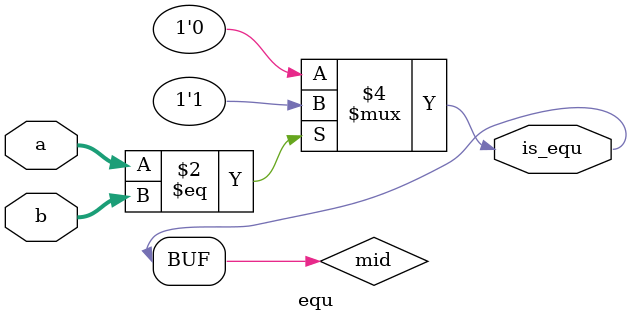
<source format=v>
module pipeid( mwreg,mrn,ern,ewreg,em2reg,mm2reg,dpc4,inst, 
							wrn,wdi,ealu,malu,mmo,wwreg,clock,resetn, 
							bpc,jpc,pcsource,wpcir,dwreg,dm2reg,dwmem,daluc, 
							daluimm,da,db,dimm,drn,dshift,djal,if_flush);
	input [31:0] wdi,ealu,malu,mmo;
	input mwreg,mm2reg,ewreg,em2reg,wwreg;
	//mmo:		MEM阶段直连到ID阶段的从mem中lw来的数据
	//某alu:		某阶段的流水线寄存器存储的alu结果数据
	//wdi:		WB写回寄存器的数据
	//某wreg:	某阶段写regfile信号的回执
	//某rn:		某阶段选择写回的寄存器号码
	//某m2reg:	某阶段是否需要从mem写回regfile的数据
	input [31:0] dpc4,inst; //dpc4:id阶段的pc+4
	input clock,resetn;
	output [31:0] bpc,jpc,da,db,dimm;
	output [1:0] pcsource;
	output [3:0] daluc;
	input [4:0] mrn,wrn,ern;
	output [4:0] drn;
	output wpcir,dwreg/**/,dm2reg/**/,dwmem,daluimm,dshift,djal/**/,if_flush;
	
	//wire mid_dwreg,mid_dm2reg,mid_dwmem;
	//wire [1:0] mid_pcsource;
	
	wire rsrtequ,sext,regrt;
	wire [4:0] rs,rt,rd;
	wire [5:0] op,func;
	wire [1:0] fwda,fwdb;
	wire e = sext & inst[15]; //逻辑或代数符号扩展的扩展单位，sext决定什么种类的扩展
	wire [15:0] imm = {16{e}}; //符号扩展
	wire [31:0] jpc = {dpc4[31:28],inst[25:0],1'b0,1'b0}; //j指令对应的扩展的立即数
	wire [31:0] offset = {imm[13:0],inst[15:0],1'b0,1'b0}; //beq或bne指令对应的偏移量扩展数
	wire [31:0] dimm = {imm,inst[15:0]}; //立即数操作数扩展数
	wire mem_clock = ~clock;
	wire [31:0] qa,qb;//从regfile中读出来的内容

	assign bpc = dpc4 + offset; //bne或beq对应pc
	
	//bubble bub(wpcir,mid_dwreg,mid_dm2reg,mid_dwmem,mid_pcsource,dwreg,dm2reg,dwmem,pcsource);
	divide_inst dinst(inst,rs,rt,rd,op,func);
	mux2x5 reg_wn (rd,rt,regrt,drn);
	
	fw fw_instance(rs,rt,fwda,fwdb,ewreg,ern,mwreg,mrn,em2reg,mm2reg,wpcir,clock);
	pipe_cu cu(op,func,rsrtequ,dwmem,dwreg,regrt,dm2reg,
                        daluc,dshift,daluimm,pcsource,djal,sext,if_flush);
	equ a_equ_b(da,db,rsrtequ);
	regfile rf(rs,rt,wdi,wrn,wwreg,mem_clock,resetn,qa,qb);
	mux4x32 data_a(qa,ealu,malu,mmo,fwda,da);
	mux4x32 data_b(qb,ealu,malu,mmo,fwdb,db);	
	//inst[25:21]:rs, inst[20:16]:rt
endmodule

module bubble(wpcir,mid_dwreg,mid_dm2reg,mid_dwmem,mid_pcsource,dwreg,dm2reg,dwmem,pcsource);
	input wpcir,mid_dwmem,mid_dwreg,mid_dm2reg;
	input [1:0] mid_pcsource;
	output dwreg,dm2reg,dwmem;
	output [1:0] pcsource;
	
	assign dwreg = wpcir & mid_dwreg;
	assign dm2reg = wpcir & mid_dm2reg;
	assign dwmem = wpcir & mid_dwmem;
	assign pcsource = mid_pcsource;
	
endmodule

module divide_inst(inst,rs,rt,rd,op,func);
	input [31:0] inst;
	output [4:0] rs,rt,rd;
	output [5:0] op,func;
	
	assign rs = inst[25:21];
	assign rt = inst[20:16];
	assign rd = inst[15:11];
	assign op = inst[31:26];
	assign func = inst[5:0];
	
endmodule

module fw(rs,rt,fwda,fwdb,ewreg,ern,mwreg,mrn,em2reg,mm2reg,wpcir,clock);
	input [4:0] ern,mrn,rs,rt;
	input clock;
	input ewreg,mwreg,em2reg,mm2reg;
	output [1:0] fwda,fwdb;
	output wpcir;
	
	reg wpcir;
	reg [1:0] fwda,fwdb;
	
	always @(*)
	begin
		if(em2reg & ((rt == ern) | (rs == ern)))
			wpcir = 0;
		else wpcir = 1;
	end
	
	always @(*)
	begin
		if(ewreg & (ern != 0) & (ern==rs) & ~em2reg)
			fwda = 2'b01; //选择exe_alu
		else if(mwreg & (mrn!=0) & (mrn==rs) & ~mm2reg)
				fwda = 2'b10; //选择mem_alu
		else if(mwreg & (mrn!=0) & (mrn == rs) & mm2reg)
					fwda = 2'b11; //选择mem_lw
		else fwda = 2'b00; //无数据冒险
	end
	
	always @(*)
	begin
		if(ewreg & (ern!=0) & (ern==rt) & ~em2reg)
			fwdb = 2'b01; //选择exe_alu
		else if(mwreg & (mrn!=0) & (mrn==rt) & ~mm2reg)
				fwdb = 2'b10; //选择mem_alu
		else if(mwreg & (mrn!=0) & (mrn==rt) & mm2reg)
					fwdb = 2'b11; //选择mem_lw
		else fwdb = 2'b00; //无数据冒险
	end
	

	
endmodule

module equ(a,b,is_equ);
	input [31:0] a,b;
	output is_equ;
	
	reg mid;
	
	always @(*)
	begin
		if(a==b) mid<=1'b1;
		else mid <= 1'b0;
	end
	
	assign is_equ = mid;
	
endmodule

</source>
